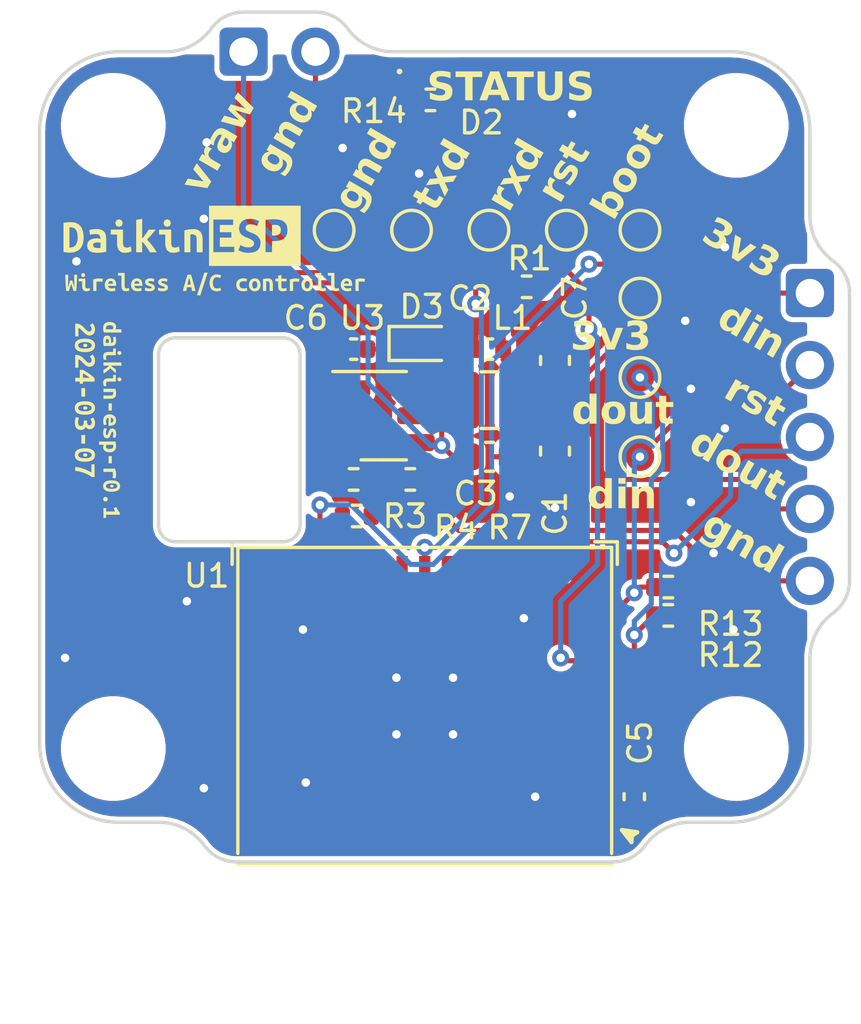
<source format=kicad_pcb>
(kicad_pcb (version 20240108) (generator "pcbnew") (generator_version "8.0")
  (title_block (title "esp-daikin") (date "2024-04-29") (rev "r1p1") (company "Greg Davill <greg.davill@gmail.com>"))
  (layers (0 "F.Cu" signal) (31 "B.Cu" signal) (34 "B.Paste" user) (35 "F.Paste" user) (36 "B.SilkS" user "B.Silkscreen") (37 "F.SilkS" user "F.Silkscreen") (38 "B.Mask" user) (39 "F.Mask" user) (44 "Edge.Cuts" user))
  (net 0 "")
  (net 1 "+3V3")
  (net 2 "GND")
  (net 3 "/VRAW")
  (net 4 "Net-(D3-K)")
  (net 5 "Net-(U3-BST)")
  (net 6 "/DOUT")
  (net 7 "/DIN")
  (net 8 "/RST")
  (net 9 "Net-(D2-A)")
  (net 10 "Net-(U1-EN{slash}CHIP_PU)")
  (net 11 "Net-(U1-GPIO8)")
  (net 12 "Net-(U3-FB)")
  (net 13 "Net-(U1-GPIO4{slash}ADC1_CH4)")
  (net 14 "Net-(U1-GPIO20{slash}U0RXD)")
  (net 15 "Net-(U1-GPIO21{slash}U0TXD)")
  (net 27 "Net-(U1-GPIO9)")
  (footprint "kibuzzard-65E1B071" (layer "F.Cu") (at 165.3 80.4988)
    (property "Reference" "kibuzzard-65E1B071" (hide yes))
    (property "Value" "G***" (hide yes))
  )
  (footprint "TestPoint:TestPoint_Pad_D1.0mm" (layer "F.Cu") (at 183.2 88.2988)
    (property "Reference" "TP9" (hide yes))
    (property "Value" "I2C_SDA")
    (pad "1" smd circle (at 0 0) (size 1 1) (layers "F.Cu" "F.Mask") (net 7 "/DIN"))
  )
  (footprint "Capacitor_SMD:C_0402_1005Metric" (layer "F.Cu") (at 177.89 84.4988 180)
    (property "Reference" "C2" (at 0.69 1.8 180) (layer "F.SilkS") (effects (font (size 0.8 0.8) (thickness 0.12))))
    (property "Value" "220nF")
    (pad "1" smd roundrect (at -0.48 0 180) (size 0.56 0.62) (layers "F.Cu" "F.Paste" "F.Mask") (net 1 "+3V3"))
    (pad "2" smd roundrect (at 0.48 0 180) (size 0.56 0.62) (layers "F.Cu" "F.Paste" "F.Mask") (net 2 "GND"))
  )
  (footprint "Resistor_SMD:R_0402_1005Metric" (layer "F.Cu") (at 173.09 89.0988 180)
    (property "Reference" "R4" (at -3.61 -1.7 180) (layer "F.SilkS") (effects (font (size 0.8 0.8) (thickness 0.12))))
    (property "Value" "15.8k")
    (pad "1" smd roundrect (at -0.51 0 180) (size 0.54 0.64) (layers "F.Cu" "F.Paste" "F.Mask") (net 12 "Net-(U3-FB)"))
    (pad "2" smd roundrect (at 0.51 0 180) (size 0.54 0.64) (layers "F.Cu" "F.Paste" "F.Mask") (net 2 "GND"))
  )
  (footprint "LED_SMD:LED_0402_1005Metric" (layer "F.Cu") (at 175.8 74.6988)
    (property "Reference" "D2" (at 1.8 1.8 0) (layer "F.SilkS") (effects (font (size 0.8 0.8) (thickness 0.12))))
    (property "Value" "ORANGE")
    (pad "1" smd roundrect (at -0.485 0) (size 0.59 0.64) (layers "F.Cu" "F.Paste" "F.Mask") (net 2 "GND"))
    (pad "2" smd roundrect (at 0.485 0) (size 0.59 0.64) (layers "F.Cu" "F.Paste" "F.Mask") (net 9 "Net-(D2-A)"))
  )
  (footprint "TestPoint:TestPoint_Pad_D1.0mm" (layer "F.Cu") (at 172.4 80.2988)
    (property "Reference" "TP11" (hide yes))
    (property "Value" "GND")
    (pad "1" smd circle (at 0 0) (size 1 1) (layers "F.Cu" "F.Mask") (net 2 "GND"))
  )
  (footprint "TestPoint:TestPoint_Pad_D1.0mm" (layer "F.Cu") (at 177.866667 80.2988)
    (property "Reference" "TP1" (hide yes))
    (property "Value" "UART_RXD")
    (pad "1" smd circle (at 0 0) (size 1 1) (layers "F.Cu" "F.Mask") (net 14 "Net-(U1-GPIO20{slash}U0RXD)"))
  )
  (footprint "Capacitor_SMD:C_0603_1608Metric" (layer "F.Cu") (at 177.89 88.2988)
    (property "Reference" "C3" (at -0.49 1.3 0) (layer "F.SilkS") (effects (font (size 0.8 0.8) (thickness 0.12))))
    (property "Value" "10uF")
    (pad "1" smd roundrect (at -0.775 0) (size 0.9 0.95) (layers "F.Cu" "F.Paste" "F.Mask") (net 3 "/VRAW"))
    (pad "2" smd roundrect (at 0.775 0) (size 0.9 0.95) (layers "F.Cu" "F.Paste" "F.Mask") (net 2 "GND"))
  )
  (footprint "Resistor_SMD:R_0402_1005Metric" (layer "F.Cu") (at 179.2 82.2988)
    (property "Reference" "R1" (at 0.1 -1 0) (layer "F.SilkS") (effects (font (size 0.8 0.8) (thickness 0.12))))
    (property "Value" "5.1K")
    (pad "1" smd roundrect (at -0.51 0) (size 0.54 0.64) (layers "F.Cu" "F.Paste" "F.Mask") (net 1 "+3V3"))
    (pad "2" smd roundrect (at 0.51 0) (size 0.54 0.64) (layers "F.Cu" "F.Paste" "F.Mask") (net 10 "Net-(U1-EN{slash}CHIP_PU)"))
  )
  (footprint "kibuzzard-65E1B0DF" (layer "F.Cu") (at 168.2 82.1988)
    (property "Reference" "kibuzzard-65E1B0DF" (hide yes))
    (property "Value" "G***" (hide yes))
  )
  (footprint "lib:ESP32-C3-MINI-1" (layer "F.Cu") (at 175.6 99.7988 180)
    (property "Reference" "U1" (at 7.7 7.3 180) (layer "F.SilkS") (effects (font (size 0.8 0.8) (thickness 0.12))))
    (property "Value" "ESP32-C3-MINI-1")
    (pad "1" smd rect (at -5.9 -1.3 270) (size 0.4 0.8) (layers "F.Cu" "F.Paste" "F.Mask") (net 2 "GND"))
    (pad "2" smd rect (at -5.9 -0.5 270) (size 0.4 0.8) (layers "F.Cu" "F.Paste" "F.Mask") (net 2 "GND"))
    (pad "3" smd rect (at -5.9 0.3 270) (size 0.4 0.8) (layers "F.Cu" "F.Paste" "F.Mask") (net 1 "+3V3"))
    (pad "4" smd rect (at -5.9 1.1 270) (size 0.4 0.8) (layers "F.Cu" "F.Paste" "F.Mask"))
    (pad "5" smd rect (at -5.9 1.9 270) (size 0.4 0.8) (layers "F.Cu" "F.Paste" "F.Mask") (net 6 "/DOUT"))
    (pad "6" smd rect (at -5.9 2.7 270) (size 0.4 0.8) (layers "F.Cu" "F.Paste" "F.Mask") (net 7 "/DIN"))
    (pad "7" smd rect (at -5.9 3.5 270) (size 0.4 0.8) (layers "F.Cu" "F.Paste" "F.Mask"))
    (pad "8" smd rect (at -5.9 4.3 270) (size 0.4 0.8) (layers "F.Cu" "F.Paste" "F.Mask") (net 10 "Net-(U1-EN{slash}CHIP_PU)"))
    (pad "9" smd rect (at -5.9 5.1 270) (size 0.4 0.8) (layers "F.Cu" "F.Paste" "F.Mask"))
    (pad "10" smd rect (at -5.9 5.9 270) (size 0.4 0.8) (layers "F.Cu" "F.Paste" "F.Mask"))
    (pad "11" smd rect (at -5.9 6.7 270) (size 0.4 0.8) (layers "F.Cu" "F.Paste" "F.Mask") (net 2 "GND"))
    (pad "12" smd rect (at -4.8 7.6 180) (size 0.4 0.8) (layers "F.Cu" "F.Paste" "F.Mask"))
    (pad "13" smd rect (at -4 7.6 180) (size 0.4 0.8) (layers "F.Cu" "F.Paste" "F.Mask"))
    (pad "14" smd rect (at -3.2 7.6 180) (size 0.4 0.8) (layers "F.Cu" "F.Paste" "F.Mask") (net 2 "GND"))
    (pad "15" smd rect (at -2.4 7.6 180) (size 0.4 0.8) (layers "F.Cu" "F.Paste" "F.Mask"))
    (pad "16" smd rect (at -1.6 7.6 180) (size 0.4 0.8) (layers "F.Cu" "F.Paste" "F.Mask") (net 8 "/RST"))
    (pad "17" smd rect (at -0.8 7.6 180) (size 0.4 0.8) (layers "F.Cu" "F.Paste" "F.Mask"))
    (pad "18" smd rect (at 0 7.6 180) (size 0.4 0.8) (layers "F.Cu" "F.Paste" "F.Mask") (net 13 "Net-(U1-GPIO4{slash}ADC1_CH4)"))
    (pad "19" smd rect (at 0.8 7.6 180) (size 0.4 0.8) (layers "F.Cu" "F.Paste" "F.Mask"))
    (pad "20" smd rect (at 1.6 7.6 180) (size 0.4 0.8) (layers "F.Cu" "F.Paste" "F.Mask"))
    (pad "21" smd rect (at 2.4 7.6 180) (size 0.4 0.8) (layers "F.Cu" "F.Paste" "F.Mask"))
    (pad "22" smd rect (at 3.2 7.6 180) (size 0.4 0.8) (layers "F.Cu" "F.Paste" "F.Mask") (net 11 "Net-(U1-GPIO8)"))
    (pad "23" smd rect (at 4 7.6 180) (size 0.4 0.8) (layers "F.Cu" "F.Paste" "F.Mask") (net 27 "Net-(U1-GPIO9)"))
    (pad "24" smd rect (at 4.8 7.6 180) (size 0.4 0.8) (layers "F.Cu" "F.Paste" "F.Mask"))
    (pad "25" smd rect (at 5.9 6.7 270) (size 0.4 0.8) (layers "F.Cu" "F.Paste" "F.Mask"))
    (pad "26" smd rect (at 5.9 5.9 270) (size 0.4 0.8) (layers "F.Cu" "F.Paste" "F.Mask"))
    (pad "27" smd rect (at 5.9 5.1 270) (size 0.4 0.8) (layers "F.Cu" "F.Paste" "F.Mask"))
    (pad "28" smd rect (at 5.9 4.3 270) (size 0.4 0.8) (layers "F.Cu" "F.Paste" "F.Mask"))
    (pad "29" smd rect (at 5.9 3.5 270) (size 0.4 0.8) (layers "F.Cu" "F.Paste" "F.Mask"))
    (pad "30" smd rect (at 5.9 2.7 270) (size 0.4 0.8) (layers "F.Cu" "F.Paste" "F.Mask") (net 14 "Net-(U1-GPIO20{slash}U0RXD)"))
    (pad "31" smd rect (at 5.9 1.9 270) (size 0.4 0.8) (layers "F.Cu" "F.Paste" "F.Mask") (net 15 "Net-(U1-GPIO21{slash}U0TXD)"))
    (pad "32" smd rect (at 5.9 1.1 270) (size 0.4 0.8) (layers "F.Cu" "F.Paste" "F.Mask"))
    (pad "33" smd rect (at 5.9 0.3 270) (size 0.4 0.8) (layers "F.Cu" "F.Paste" "F.Mask"))
    (pad "34" smd rect (at 5.9 -0.5 270) (size 0.4 0.8) (layers "F.Cu" "F.Paste" "F.Mask"))
    (pad "35" smd rect (at 5.9 -1.3 270) (size 0.4 0.8) (layers "F.Cu" "F.Paste" "F.Mask"))
    (pad "36" smd rect (at 4.8 -2.2 180) (size 0.4 0.8) (layers "F.Cu" "F.Paste" "F.Mask") (net 2 "GND"))
    (pad "37" smd rect (at 4 -2.2 180) (size 0.4 0.8) (layers "F.Cu" "F.Paste" "F.Mask") (net 2 "GND"))
    (pad "38" smd rect (at 3.2 -2.2 180) (size 0.4 0.8) (layers "F.Cu" "F.Paste" "F.Mask") (net 2 "GND"))
    (pad "39" smd rect (at 2.4 -2.2 180) (size 0.4 0.8) (layers "F.Cu" "F.Paste" "F.Mask") (net 2 "GND"))
    (pad "40" smd rect (at 1.6 -2.2 180) (size 0.4 0.8) (layers "F.Cu" "F.Paste" "F.Mask") (net 2 "GND"))
    (pad "41" smd rect (at 0.8 -2.2 180) (size 0.4 0.8) (layers "F.Cu" "F.Paste" "F.Mask") (net 2 "GND"))
    (pad "42" smd rect (at 0 -2.2 180) (size 0.4 0.8) (layers "F.Cu" "F.Paste" "F.Mask") (net 2 "GND"))
    (pad "43" smd rect (at -0.8 -2.2 180) (size 0.4 0.8) (layers "F.Cu" "F.Paste" "F.Mask") (net 2 "GND"))
    (pad "44" smd rect (at -1.6 -2.2 180) (size 0.4 0.8) (layers "F.Cu" "F.Paste" "F.Mask") (net 2 "GND"))
    (pad "45" smd rect (at -2.4 -2.2 180) (size 0.4 0.8) (layers "F.Cu" "F.Paste" "F.Mask") (net 2 "GND"))
    (pad "46" smd rect (at -3.2 -2.2 180) (size 0.4 0.8) (layers "F.Cu" "F.Paste" "F.Mask") (net 2 "GND"))
    (pad "47" smd rect (at -4 -2.2 180) (size 0.4 0.8) (layers "F.Cu" "F.Paste" "F.Mask") (net 2 "GND"))
    (pad "48" smd rect (at -4.8 -2.2 180) (size 0.4 0.8) (layers "F.Cu" "F.Paste" "F.Mask") (net 2 "GND"))
    (pad "49" smd custom (at -1.975 0.725 180) (size 0.8 0.8) (layers "F.Cu" "F.Paste" "F.Mask") (net 2 "GND") (options (clearance outline) (anchor rect)) (primitives (gr_poly (pts (xy 0.725 0.725) (xy -0.725 0.725) (xy -0.725 -0.125) (xy -0.125 -0.725) (xy 0.725 -0.725)) (width 0) (fill yes))))
    (pad "49" smd rect (at -1.975 2.7 270) (size 1.45 1.45) (layers "F.Cu" "F.Paste" "F.Mask") (net 2 "GND"))
    (pad "49" smd rect (at -1.975 4.675 270) (size 1.45 1.45) (layers "F.Cu" "F.Paste" "F.Mask") (net 2 "GND"))
    (pad "49" smd rect (at 0 0.725 270) (size 1.45 1.45) (layers "F.Cu" "F.Paste" "F.Mask") (net 2 "GND"))
    (pad "49" smd rect (at 0 2.7 270) (size 1.45 1.45) (layers "F.Cu" "F.Paste" "F.Mask") (net 2 "GND"))
    (pad "49" smd rect (at 0 4.675 270) (size 1.45 1.45) (layers "F.Cu" "F.Paste" "F.Mask") (net 2 "GND"))
    (pad "49" smd rect (at 1.975 0.725 270) (size 1.45 1.45) (layers "F.Cu" "F.Paste" "F.Mask") (net 2 "GND"))
    (pad "49" smd rect (at 1.975 2.7 270) (size 1.45 1.45) (layers "F.Cu" "F.Paste" "F.Mask") (net 2 "GND"))
    (pad "49" smd rect (at 1.975 4.675 270) (size 1.45 1.45) (layers "F.Cu" "F.Paste" "F.Mask") (net 2 "GND"))
    (pad "50" smd rect (at 5.95 -2.25 270) (size 0.7 0.7) (layers "F.Cu" "F.Paste" "F.Mask") (net 2 "GND"))
    (pad "51" smd rect (at 5.95 7.65 270) (size 0.7 0.7) (layers "F.Cu" "F.Paste" "F.Mask") (net 2 "GND"))
    (pad "52" smd rect (at -5.95 7.65 270) (size 0.7 0.7) (layers "F.Cu" "F.Paste" "F.Mask") (net 2 "GND"))
    (pad "53" smd rect (at -5.95 -2.25 270) (size 0.7 0.7) (layers "F.Cu" "F.Paste" "F.Mask") (net 2 "GND"))
  )
  (footprint "Resistor_SMD:R_0402_1005Metric" (layer "F.Cu") (at 184.2 93.8988 180)
    (property "Reference" "R12" (at -2.2 -1.4 180) (layer "F.SilkS") (effects (font (size 0.8 0.8) (thickness 0.12))))
    (property "Value" "2.2K")
    (pad "1" smd roundrect (at -0.51 0 180) (size 0.54 0.64) (layers "F.Cu" "F.Paste" "F.Mask") (net 1 "+3V3"))
    (pad "2" smd roundrect (at 0.51 0 180) (size 0.54 0.64) (layers "F.Cu" "F.Paste" "F.Mask") (net 6 "/DOUT"))
  )
  (footprint "TestPoint:TestPoint_Pad_D1.0mm" (layer "F.Cu") (at 183.2 80.2988)
    (property "Reference" "TP4" (hide yes))
    (property "Value" "JDB_CTRL")
    (pad "1" smd circle (at 0 0) (size 1 1) (layers "F.Cu" "F.Mask") (net 27 "Net-(U1-GPIO9)"))
  )
  (footprint "Capacitor_SMD:C_0402_1005Metric" (layer "F.Cu") (at 183 100.2988 -90)
    (property "Reference" "C5" (at -1.9 -0.2 90) (layer "F.SilkS") (effects (font (size 0.8 0.8) (thickness 0.12))))
    (property "Value" "220nF")
    (pad "1" smd roundrect (at -0.48 0 270) (size 0.56 0.62) (layers "F.Cu" "F.Paste" "F.Mask") (net 1 "+3V3"))
    (pad "2" smd roundrect (at 0.48 0 270) (size 0.56 0.62) (layers "F.Cu" "F.Paste" "F.Mask") (net 2 "GND"))
  )
  (footprint "kibuzzard-65E9962C" (layer "F.Cu") (at 163.6 86.2988 -90)
    (property "Reference" "kibuzzard-65E9962C" (hide yes))
    (property "Value" "G***" (hide yes))
  )
  (footprint "Capacitor_SMD:C_0402_1005Metric" (layer "F.Cu") (at 173.09 84.4988 180)
    (property "Reference" "C6" (at 1.69 1.1 180) (layer "F.SilkS") (effects (font (size 0.8 0.8) (thickness 0.12))))
    (property "Value" "33nF")
    (pad "1" smd roundrect (at -0.48 0 180) (size 0.56 0.62) (layers "F.Cu" "F.Paste" "F.Mask") (net 4 "Net-(D3-K)"))
    (pad "2" smd roundrect (at 0.48 0 180) (size 0.56 0.62) (layers "F.Cu" "F.Paste" "F.Mask") (net 5 "Net-(U3-BST)"))
  )
  (footprint "Resistor_SMD:R_0402_1005Metric" (layer "F.Cu") (at 173.2 90.3888 180)
    (property "Reference" "R3" (at -1.7 -0.01 180) (layer "F.SilkS") (effects (font (size 0.8 0.8) (thickness 0.12))))
    (property "Value" "5.1K")
    (pad "1" smd roundrect (at -0.51 0 180) (size 0.54 0.64) (layers "F.Cu" "F.Paste" "F.Mask") (net 1 "+3V3"))
    (pad "2" smd roundrect (at 0.51 0 180) (size 0.54 0.64) (layers "F.Cu" "F.Paste" "F.Mask") (net 11 "Net-(U1-GPIO8)"))
  )
  (footprint "Diode_SMD:D_SOD-523" (layer "F.Cu") (at 175.49 84.2988)
    (property "Reference" "D3" (at 0 -1.3 0) (layer "F.SilkS") (effects (font (size 0.8 0.8) (thickness 0.12))))
    (property "Value" "CUS10S30,H3F")
    (pad "1" smd rect (at -0.7 0 180) (size 0.6 0.7) (layers "F.Cu" "F.Paste" "F.Mask") (net 4 "Net-(D3-K)"))
    (pad "2" smd rect (at 0.7 0 180) (size 0.6 0.7) (layers "F.Cu" "F.Paste" "F.Mask") (net 2 "GND"))
  )
  (footprint "TestPoint:TestPoint_Pad_D1.0mm" (layer "F.Cu") (at 183.2 82.6988)
    (property "Reference" "TP12" (hide yes))
    (property "Value" "3V3")
    (pad "1" smd circle (at 0 0) (size 1 1) (layers "F.Cu" "F.Mask") (net 1 "+3V3"))
  )
  (footprint "Package_TO_SOT_SMD:SOT-23-6" (layer "F.Cu") (at 174.1525 86.8488)
    (property "Reference" "U3" (at -0.7525 -3.45 0) (layer "F.SilkS") (effects (font (size 0.8 0.8) (thickness 0.12))))
    (property "Value" "AOZ1280CI")
    (pad "1" smd roundrect (at -1.1375 -0.95) (size 1.325 0.6) (layers "F.Cu" "F.Paste" "F.Mask") (net 5 "Net-(U3-BST)"))
    (pad "2" smd roundrect (at -1.1375 0) (size 1.325 0.6) (layers "F.Cu" "F.Paste" "F.Mask") (net 2 "GND"))
    (pad "3" smd roundrect (at -1.1375 0.95) (size 1.325 0.6) (layers "F.Cu" "F.Paste" "F.Mask") (net 12 "Net-(U3-FB)"))
    (pad "4" smd roundrect (at 1.1375 0.95) (size 1.325 0.6) (layers "F.Cu" "F.Paste" "F.Mask") (net 3 "/VRAW"))
    (pad "5" smd roundrect (at 1.1375 0) (size 1.325 0.6) (layers "F.Cu" "F.Paste" "F.Mask") (net 3 "/VRAW"))
    (pad "6" smd roundrect (at 1.1375 -0.95) (size 1.325 0.6) (layers "F.Cu" "F.Paste" "F.Mask") (net 4 "Net-(D3-K)"))
  )
  (footprint "TestPoint:TestPoint_Pad_D1.0mm" (layer "F.Cu") (at 180.6 80.2988)
    (property "Reference" "TP3" (hide yes))
    (property "Value" "RST")
    (pad "1" smd circle (at 0 0) (size 1 1) (layers "F.Cu" "F.Mask") (net 10 "Net-(U1-EN{slash}CHIP_PU)"))
  )
  (footprint "kibuzzard-65E1B080" (layer "F.Cu") (at 169.6 80.4988)
    (property "Reference" "kibuzzard-65E1B080" (hide yes))
    (property "Value" "G***" (hide yes))
  )
  (footprint "Resistor_SMD:R_0402_1005Metric" (layer "F.Cu") (at 175.8 75.6988 180)
    (property "Reference" "R14" (at 2 -0.4 180) (layer "F.SilkS") (effects (font (size 0.8 0.8) (thickness 0.12))))
    (property "Value" "470R")
    (pad "1" smd roundrect (at -0.51 0 180) (size 0.54 0.64) (layers "F.Cu" "F.Paste" "F.Mask") (net 9 "Net-(D2-A)"))
    (pad "2" smd roundrect (at 0.51 0 180) (size 0.54 0.64) (layers "F.Cu" "F.Paste" "F.Mask") (net 13 "Net-(U1-GPIO4{slash}ADC1_CH4)"))
  )
  (footprint "Resistor_SMD:R_0402_1005Metric" (layer "F.Cu") (at 175.09 89.0988 180)
    (property "Reference" "R7" (at -3.51 -1.7 180) (layer "F.SilkS") (effects (font (size 0.8 0.8) (thickness 0.12))))
    (property "Value" "49.9k")
    (pad "1" smd roundrect (at -0.51 0 180) (size 0.54 0.64) (layers "F.Cu" "F.Paste" "F.Mask") (net 1 "+3V3"))
    (pad "2" smd roundrect (at 0.51 0 180) (size 0.54 0.64) (layers "F.Cu" "F.Paste" "F.Mask") (net 12 "Net-(U3-FB)"))
  )
  (footprint "TestPoint:TestPoint_Pad_D1.0mm" (layer "F.Cu") (at 175.133334 80.2988)
    (property "Reference" "TP2" (hide yes))
    (property "Value" "UART_TXD")
    (pad "1" smd circle (at 0 0) (size 1 1) (layers "F.Cu" "F.Mask") (net 15 "Net-(U1-GPIO21{slash}U0TXD)"))
  )
  (footprint "Capacitor_SMD:C_0603_1608Metric" (layer "F.Cu") (at 180.2 84.8988 90)
    (property "Reference" "C7" (at 2.2 0.7 -90) (layer "F.SilkS") (effects (font (size 0.8 0.8) (thickness 0.12))))
    (property "Value" "22uF")
    (pad "1" smd roundrect (at -0.775 0 90) (size 0.9 0.95) (layers "F.Cu" "F.Paste" "F.Mask") (net 1 "+3V3"))
    (pad "2" smd roundrect (at 0.775 0 90) (size 0.9 0.95) (layers "F.Cu" "F.Paste" "F.Mask") (net 2 "GND"))
  )
  (footprint "Inductor_SMD:L_0805_2012Metric" (layer "F.Cu") (at 177.89 86.2988)
    (property "Reference" "L1" (at 0.81 -2.9 0) (layer "F.SilkS") (effects (font (size 0.8 0.8) (thickness 0.12))))
    (property "Value" "4.7uF")
    (pad "1" smd roundrect (at -0.8 0) (size 0.9 2) (layers "F.Cu" "F.Paste" "F.Mask") (net 4 "Net-(D3-K)"))
    (pad "2" smd roundrect (at 0.8 0) (size 0.9 2) (layers "F.Cu" "F.Paste" "F.Mask") (net 1 "+3V3"))
  )
  (footprint "TestPoint:TestPoint_Pad_D1.0mm" (layer "F.Cu") (at 183.2 85.4988)
    (property "Reference" "TP8" (hide yes))
    (property "Value" "I2C_SCL")
    (pad "1" smd circle (at 0 0) (size 1 1) (layers "F.Cu" "F.Mask") (net 6 "/DOUT"))
  )
  (footprint "Resistor_SMD:R_0402_1005Metric" (layer "F.Cu") (at 184.2 92.8988 180)
    (property "Reference" "R13" (at -2.2 -1.3 180) (layer "F.SilkS") (effects (font (size 0.8 0.8) (thickness 0.12))))
    (property "Value" "2.2K")
    (pad "1" smd roundrect (at -0.51 0 180) (size 0.54 0.64) (layers "F.Cu" "F.Paste" "F.Mask") (net 1 "+3V3"))
    (pad "2" smd roundrect (at 0.51 0 180) (size 0.54 0.64) (layers "F.Cu" "F.Paste" "F.Mask") (net 7 "/DIN"))
  )
  (footprint "Capacitor_SMD:C_0603_1608Metric" (layer "F.Cu") (at 180.2 88.0988 -90)
    (property "Reference" "C1" (at 2.2 0 90) (layer "F.SilkS") (effects (font (size 0.8 0.8) (thickness 0.12))))
    (property "Value" "10uF")
    (pad "1" smd roundrect (at -0.775 0 270) (size 0.9 0.95) (layers "F.Cu" "F.Paste" "F.Mask") (net 1 "+3V3"))
    (pad "2" smd roundrect (at 0.775 0 270) (size 0.9 0.95) (layers "F.Cu" "F.Paste" "F.Mask") (net 2 "GND"))
  )
  (footprint "kibuzzard-65E1B005" (layer "F.Cu") (at 164.5 86.9988 -90)
    (property "Reference" "kibuzzard-65E1B005" (hide yes))
    (property "Value" "G***" (hide yes))
  )
  (footprint "MountingHole:MountingHole_3.2mm_M3_DIN965" (layer "B.Cu") (at 186.60074 98.598801 180)
    (property "Reference" "H3" (hide yes))
    (property "Value" "MountingHole" (hide yes))
    (pad "" np_thru_hole circle (at 0 0 180) (size 3.2 3.2) (drill 3.2) (layers "*.Cu" "*.Mask"))
  )
  (footprint "MountingHole:MountingHole_3.2mm_M3_DIN965" (layer "B.Cu") (at 164.60074 76.5988 180)
    (property "Reference" "H1" (hide yes))
    (property "Value" "MountingHole" (hide yes))
    (pad "" np_thru_hole circle (at 0 0 180) (size 3.2 3.2) (drill 3.2) (layers "*.Cu" "*.Mask"))
  )
  (footprint "Connector_PinHeader_2.54mm:PinHeader_1x05_P2.54mm_Vertical" (layer "B.Cu") (at 189.2 82.5188 180)
    (property "Reference" "J1" (hide yes))
    (property "Value" "PH_01x05" (hide yes))
    (pad "1" thru_hole roundrect (at 0 0 180) (size 1.7 1.7) (drill 1) (layers "*.Cu" "*.Mask") (roundrect_rratio 0.1470588235) (net 1 "+3V3"))
    (pad "2" thru_hole oval (at 0 -2.54 180) (size 1.7 1.7) (drill 1) (layers "*.Cu" "*.Mask") (net 7 "/DIN"))
    (pad "3" thru_hole oval (at 0 -5.08 180) (size 1.7 1.7) (drill 1) (layers "*.Cu" "*.Mask") (net 8 "/RST"))
    (pad "4" thru_hole oval (at 0 -7.62 180) (size 1.7 1.7) (drill 1) (layers "*.Cu" "*.Mask") (net 6 "/DOUT"))
    (pad "5" thru_hole oval (at 0 -10.16 180) (size 1.7 1.7) (drill 1) (layers "*.Cu" "*.Mask") (net 2 "GND"))
  )
  (footprint "Connector_PinHeader_2.54mm:PinHeader_1x02_P2.54mm_Vertical" (layer "B.Cu") (at 169.20074 73.998801 -90)
    (property "Reference" "J2" (hide yes))
    (property "Value" "PinHeader 1x02" (hide yes))
    (pad "1" thru_hole roundrect (at 0 0 270) (size 1.7 1.7) (drill 1) (layers "*.Cu" "*.Mask") (roundrect_rratio 0.1470588235) (net 3 "/VRAW"))
    (pad "2" thru_hole oval (at 0 -2.54 270) (size 1.7 1.7) (drill 1) (layers "*.Cu" "*.Mask") (net 2 "GND"))
  )
  (footprint "MountingHole:MountingHole_3.2mm_M3_DIN965" (layer "B.Cu") (at 164.60074 98.598801 180)
    (property "Reference" "H4" (hide yes))
    (property "Value" "MountingHole" (hide yes))
    (pad "" np_thru_hole circle (at 0 0 180) (size 3.2 3.2) (drill 3.2) (layers "*.Cu" "*.Mask"))
  )
  (footprint "MountingHole:MountingHole_3.2mm_M3_DIN965" (layer "B.Cu") (at 186.60074 76.598801 180)
    (property "Reference" "H2" (hide yes))
    (property "Value" "MountingHole" (hide yes))
    (pad "" np_thru_hole circle (at 0 0 180) (size 3.2 3.2) (drill 3.2) (layers "*.Cu" "*.Mask"))
  )
  (gr_line (start 182.913398 101.676833) (end 183.100001 101.553628) (stroke (width 0.15)) (layer "F.SilkS"))
  (gr_line (start 182.566988 101.476833) (end 183.100001 101.553628) (stroke (width 0.15)) (layer "F.SilkS"))
  (gr_line (start 182.900001 101.900038) (end 182.913398 101.676833) (stroke (width 0.15)) (layer "F.SilkS"))
  (gr_line (start 182.566988 101.476833) (end 182.900001 101.900038) (stroke (width 0.15)) (layer "F.SilkS"))
  (gr_line (start 182.566988 101.476833) (end 182.913398 101.676833) (stroke (width 0.15)) (layer "F.SilkS"))
  (gr_line (start 164.8 101.200038) (end 166.2 101.1988) (stroke (width 0.12)) (layer "Edge.Cuts"))
  (gr_line (start 190.599999 92.678799) (end 190.599999 82.518799) (stroke (width 0.12)) (layer "Edge.Cuts"))
  (gr_arc (start 168.950297 102.598799) (mid 168.314523 102.446295) (end 167.817118 102.02197) (stroke (width 0.12)) (layer "Edge.Cuts"))
  (gr_arc (start 171.739261 72.600039) (mid 172.374045 72.752391) (end 172.870576 73.176209) (stroke (width 0.12)) (layer "Edge.Cuts"))
  (gr_line (start 168.950297 102.598799) (end 182.249701 102.598799) (stroke (width 0.12)) (layer "Edge.Cuts"))
  (gr_arc (start 174.488174 74.000039) (mid 173.580527 73.782214) (end 172.870576 73.176209) (stroke (width 0.12)) (layer "Edge.Cuts"))
  (gr_arc (start 189.199999 98.400038) (mid 188.379885 100.379912) (end 186.4 101.200038) (stroke (width 0.12)) (layer "Edge.Cuts"))
  (gr_arc (start 183.38288 102.021971) (mid 182.885471 102.446289) (end 182.249701 102.598799) (stroke (width 0.12)) (layer "Edge.Cuts"))
  (gr_arc (start 190.599999 92.678799) (mid 190.447496 93.314574) (end 190.02317 93.811978) (stroke (width 0.12)) (layer "Edge.Cuts"))
  (gr_arc (start 190.023171 81.38562) (mid 189.417633 80.675789) (end 189.2 79.768501) (stroke (width 0.12)) (layer "Edge.Cuts"))
  (gr_arc (start 166.79852 91.298798) (mid 166.374215 91.123099) (end 166.19852 90.698799) (stroke (width 0.12)) (layer "Edge.Cuts"))
  (gr_line (start 162 76.800038) (end 162.000001 98.400038) (stroke (width 0.12)) (layer "Edge.Cuts"))
  (gr_line (start 171.739261 72.600039) (end 169.19926 72.600039) (stroke (width 0.12)) (layer "Edge.Cuts"))
  (gr_line (start 189.199999 98.400038) (end 189.2 95.429097) (stroke (width 0.12)) (layer "Edge.Cuts"))
  (gr_arc (start 164.8 101.200038) (mid 162.820088 100.379939) (end 162.000001 98.400038) (stroke (width 0.12)) (layer "Edge.Cuts"))
  (gr_line (start 185 101.1988) (end 186.4 101.200038) (stroke (width 0.12)) (layer "Edge.Cuts"))
  (gr_arc (start 190.023171 81.38562) (mid 190.447489 81.883029) (end 190.599999 82.518799) (stroke (width 0.12)) (layer "Edge.Cuts"))
  (gr_line (start 171.19852 84.698799) (end 171.19852 90.698799) (stroke (width 0.12)) (layer "Edge.Cuts"))
  (gr_arc (start 183.38288 102.021971) (mid 184.092712 101.416433) (end 185 101.1988) (stroke (width 0.12)) (layer "Edge.Cuts"))
  (gr_arc (start 166.2 101.1988) (mid 167.107287 101.416434) (end 167.817118 102.02197) (stroke (width 0.12)) (layer "Edge.Cuts"))
  (gr_arc (start 171.19852 90.698799) (mid 171.02278 91.123035) (end 170.59852 91.298798) (stroke (width 0.12)) (layer "Edge.Cuts"))
  (gr_line (start 186.4 74.000039) (end 174.488174 74.000039) (stroke (width 0.12)) (layer "Edge.Cuts"))
  (gr_line (start 166.79852 84.0988) (end 170.59852 84.0988) (stroke (width 0.12)) (layer "Edge.Cuts"))
  (gr_line (start 170.59852 91.298798) (end 166.79852 91.298798) (stroke (width 0.12)) (layer "Edge.Cuts"))
  (gr_arc (start 186.4 74.000039) (mid 188.379885 74.820142) (end 189.2 76.800039) (stroke (width 0.12)) (layer "Edge.Cuts"))
  (gr_line (start 166.19852 90.698799) (end 166.19852 84.698799) (stroke (width 0.12)) (layer "Edge.Cuts"))
  (gr_arc (start 166.19852 84.698799) (mid 166.374251 84.274507) (end 166.79852 84.0988) (stroke (width 0.12)) (layer "Edge.Cuts"))
  (gr_arc (start 168.067944 73.176209) (mid 168.564472 72.752399) (end 169.19926 72.600039) (stroke (width 0.12)) (layer "Edge.Cuts"))
  (gr_line (start 189.2 79.768501) (end 189.2 76.800039) (stroke (width 0.12)) (layer "Edge.Cuts"))
  (gr_arc (start 168.067944 73.176209) (mid 167.357998 73.782218) (end 166.450346 74.000039) (stroke (width 0.12)) (layer "Edge.Cuts"))
  (gr_arc (start 189.2 95.429097) (mid 189.417635 94.52181) (end 190.02317 93.811978) (stroke (width 0.12)) (layer "Edge.Cuts"))
  (gr_line (start 166.450346 74.000039) (end 164.8 74.000039) (stroke (width 0.12)) (layer "Edge.Cuts"))
  (gr_arc (start 162 76.800038) (mid 162.820088 74.820114) (end 164.8 74.000039) (stroke (width 0.12)) (layer "Edge.Cuts"))
  (gr_arc (start 170.59852 84.0988) (mid 171.022742 84.274572) (end 171.19852 84.698799) (stroke (width 0.12)) (layer "Edge.Cuts"))
  (gr_text "rst" (at 180 79.1988 -300) (layer "F.SilkS") (effects (font (size 1 1) (thickness 0.2) (bold yes)) (justify left)))
  (gr_text "gnd" (at 172.8 79.4988 -300) (layer "F.SilkS") (effects (font (size 1 1) (thickness 0.2) (bold yes)) (justify left)))
  (gr_text "din" (at 188.2 84.4988 -30) (layer "F.SilkS") (effects (font (size 1 1) (thickness 0.2) (bold yes)) (justify right)))
  (gr_text "STATUS" (at 181.6 75.2988 -0) (layer "F.SilkS") (effects (font (size 1 1) (thickness 0.2) (bold yes)) (justify right)))
  (gr_text "vraw" (at 169.326416 75.559391 60) (layer "F.SilkS") (effects (font (size 1 1) (thickness 0.2) (bold yes)) (justify right)))
  (gr_text "din" (at 183.8 89.6988 -0) (layer "F.SilkS") (effects (font (size 1 1) (thickness 0.2) (bold yes)) (justify right)))
  (gr_text "3v3" (at 188 81.6988 -30) (layer "F.SilkS") (effects (font (size 1 1) (thickness 0.2) (bold yes)) (justify right)))
  (gr_text "gnd" (at 188.090177 92.0988 -30) (layer "F.SilkS") (effects (font (size 1 1) (thickness 0.2) (bold yes)) (justify right)))
  (gr_text "dout" (at 188.2 89.4988 -30) (layer "F.SilkS") (effects (font (size 1 1) (thickness 0.2) (bold yes)) (justify right)))
  (gr_text "rst" (at 188.2 86.8988 -30) (layer "F.SilkS") (effects (font (size 1 1) (thickness 0.2) (bold yes)) (justify right)))
  (gr_text "3v3" (at 183.6 84.0988 -0) (layer "F.SilkS") (effects (font (size 1 1) (thickness 0.2) (bold yes)) (justify right)))
  (gr_text "dout" (at 184.409947 86.715269 -0) (layer "F.SilkS") (effects (font (size 1 1) (thickness 0.2) (bold yes)) (justify right)))
  (gr_text "txd" (at 175.6 79.4988 -300) (layer "F.SilkS") (effects (font (size 1 1) (thickness 0.2) (bold yes)) (justify left)))
  (gr_text "gnd" (at 171.500001 75.600038 60) (layer "F.SilkS") (effects (font (size 1 1) (thickness 0.2) (bold yes)) (justify right)))
  (gr_text "boot" (at 181.9 79.7988 -300) (layer "F.SilkS") (effects (font (size 1 1) (thickness 0.2) (bold yes)) (justify left)))
  (gr_text "rxd" (at 178.2 79.4988 -300) (layer "F.SilkS") (effects (font (size 1 1) (thickness 0.2) (bold yes)) (justify left)))
  (segment (start 181.2 90.8988) (end 176.8 90.8988) (width 0.18) (layer "F.Cu") (net 1))
  (segment (start 180.2 85.6738) (end 181.025 85.6738) (width 0.18) (layer "F.Cu") (net 1))
  (segment (start 181.5 99.4988) (end 182.68 99.4988) (width 0.18) (layer "F.Cu") (net 1))
  (segment (start 181.2 87.6988) (end 181.2 90.8988) (width 0.18) (layer "F.Cu") (net 1))
  (segment (start 178.69 82.2988) (end 178.69 83.3488) (width 0.18) (layer "F.Cu") (net 1))
  (segment (start 182.68 99.4988) (end 183 99.8188) (width 0.18) (layer "F.Cu") (net 1))
  (segment (start 183.4 95.081556) (end 184.71 93.771556) (width 0.18) (layer "F.Cu") (net 1))
  (segment (start 178.69 86.2988) (end 179.575 86.2988) (width 0.18) (layer "F.Cu") (net 1))
  (segment (start 184.406102 90.8988) (end 181.2 90.8988) (width 0.18) (layer "F.Cu") (net 1))
  (segment (start 184.97 92.6388) (end 184.97 91.462698) (width 0.18) (layer "F.Cu") (net 1))
  (segment (start 178.37 83.6688) (end 178.37 84.4988) (width 0.18) (layer "F.Cu") (net 1))
  (segment (start 187.4 82.6988) (end 183.2 82.6988) (width 0.18) (layer "F.Cu") (net 1))
  (segment (start 183 99.8188) (end 183 98.0988) (width 0.18) (layer "F.Cu") (net 1))
  (segment (start 178.37 84.4988) (end 178.37 84.8688) (width 0.18) (layer "F.Cu") (net 1))
  (segment (start 181.025 85.6738) (end 183.2 83.4988) (width 0.18) (layer "F.Cu") (net 1))
  (segment (start 178.37 84.8688) (end 178.69 85.1888) (width 0.18) (layer "F.Cu") (net 1))
  (segment (start 184.71 93.771556) (end 184.71 92.8988) (width 0.18) (layer "F.Cu") (net 1))
  (segment (start 178.69 85.1888) (end 178.69 86.2988) (width 0.18) (layer "F.Cu") (net 1))
  (segment (start 180.2 87.3238) (end 180.2 85.6738) (width 0.18) (layer "F.Cu") (net 1))
  (segment (start 175.11 90.3888) (end 175.7 89.7988) (width 0.18) (layer "F.Cu") (net 1))
  (segment (start 180.825 87.3238) (end 181.2 87.6988) (width 0.18) (layer "F.Cu") (net 1))
  (segment (start 175.7 89.7988) (end 175.6 89.6988) (width 0.18) (layer "F.Cu") (net 1))
  (segment (start 187.58 82.5188) (end 187.4 82.6988) (width 0.18) (layer "F.Cu") (net 1))
  (segment (start 173.71 90.3888) (end 175.11 90.3888) (width 0.18) (layer "F.Cu") (net 1))
  (segment (start 183.2 83.4988) (end 183.2 82.6988) (width 0.18) (layer "F.Cu") (net 1))
  (segment (start 189.2 82.5188) (end 187.58 82.5188) (width 0.18) (layer "F.Cu") (net 1))
  (segment (start 184.71 92.8988) (end 184.97 92.6388) (width 0.18) (layer "F.Cu") (net 1))
  (segment (start 176.8 90.8988) (end 175.7 89.7988) (width 0.18) (layer "F.Cu") (net 1))
  (segment (start 183 98.0988) (end 183.4 97.6988) (width 0.18) (layer "F.Cu") (net 1))
  (segment (start 184.97 91.462698) (end 184.406102 90.8988) (width 0.18) (layer "F.Cu") (net 1))
  (segment (start 178.69 83.3488) (end 178.37 83.6688) (width 0.18) (layer "F.Cu") (net 1))
  (segment (start 183.4 97.6988) (end 183.4 95.081556) (width 0.18) (layer "F.Cu") (net 1))
  (segment (start 180.2 87.3238) (end 180.825 87.3238) (width 0.18) (layer "F.Cu") (net 1))
  (segment (start 175.6 89.6988) (end 175.6 89.0988) (width 0.18) (layer "F.Cu") (net 1))
  (segment (start 179.575 86.2988) (end 180.2 85.6738) (width 0.18) (layer "F.Cu") (net 1))
  (segment (start 178.665 89.6338) (end 178.6 89.6988) (width 0.18) (layer "F.Cu") (net 2))
  (segment (start 180.2 88.8738) (end 180.2 90.0988) (width 0.18) (layer "F.Cu") (net 2))
  (segment (start 178.665 88.2988) (end 178.665 89.6338) (width 0.18) (layer "F.Cu") (net 2))
  (via (at 186.2 87.2988) (size 0.6) (drill 0.3) (layers "F.Cu" "B.Cu") (net 2))
  (via (at 171.4 99.7988) (size 0.6) (drill 0.3) (layers "F.Cu" "B.Cu") (net 2))
  (via (at 167.2 93.3988) (size 0.6) (drill 0.3) (layers "F.Cu" "B.Cu") (net 2))
  (via (at 174.6 96.0988) (size 0.6) (drill 0.3) (layers "F.Cu" "B.Cu") (net 2))
  (via (at 185 85.8988) (size 0.6) (drill 0.3) (layers "F.Cu" "B.Cu") (net 2))
  (via (at 185 89.8988) (size 0.6) (drill 0.3) (layers "F.Cu" "B.Cu") (net 2))
  (via (at 186.2 80.8988) (size 0.6) (drill 0.3) (layers "F.Cu" "B.Cu") (net 2))
  (via (at 179.5 100.2988) (size 0.6) (drill 0.3) (layers "F.Cu" "B.Cu") (net 2))
  (via (at 171.3 94.3988) (size 0.6) (drill 0.3) (layers "F.Cu" "B.Cu") (net 2))
  (via (at 180.2 90.0988) (size 0.6) (drill 0.3) (layers "F.Cu" "B.Cu") (net 2))
  (via (at 179.1 93.9988) (size 0.6) (drill 0.3) (layers "F.Cu" "B.Cu") (net 2))
  (via (at 178.6 89.6988) (size 0.6) (drill 0.3) (layers "F.Cu" "B.Cu") (net 2))
  (via (at 167.8 79.8988) (size 0.6) (drill 0.3) (layers "F.Cu" "B.Cu") (net 2))
  (via (at 184.8 83.4988) (size 0.6) (drill 0.3) (layers "F.Cu" "B.Cu") (net 2))
  (via (at 163.3 81.3988) (size 0.6) (drill 0.3) (layers "F.Cu" "B.Cu") (net 2))
  (via (at 186.5 94.3988) (size 0.6) (drill 0.3) (layers "F.Cu" "B.Cu") (net 2))
  (via (at 176.6 98.0988) (size 0.6) (drill 0.3) (layers "F.Cu" "B.Cu") (net 2))
  (via (at 180.8 76.1988) (size 0.6) (drill 0.3) (layers "F.Cu" "B.Cu") (net 2))
  (via (at 167.8 99.9988) (size 0.6) (drill 0.3) (layers "F.Cu" "B.Cu") (net 2))
  (via (at 175.4 78.2988) (size 0.6) (drill 0.3) (layers "F.Cu" "B.Cu") (net 2))
  (via (at 174.6 98.0988) (size 0.6) (drill 0.3) (layers "F.Cu" "B.Cu") (net 2))
  (via (at 162.9 95.3988) (size 0.6) (drill 0.3) (layers "F.Cu" "B.Cu") (net 2))
  (via (at 172.7 77.3988) (size 0.6) (drill 0.3) (layers "F.Cu" "B.Cu") (net 2))
  (via (at 167.9 77.1988) (size 0.6) (drill 0.3) (layers "F.Cu" "B.Cu") (net 2))
  (via (at 176.6 96.0988) (size 0.6) (drill 0.3) (layers "F.Cu" "B.Cu") (net 2))
  (via (at 185.8 91.6988) (size 0.6) (drill 0.3) (layers "F.Cu" "B.Cu") (net 2))
  (segment (start 177.115 88.2988) (end 176.6 88.2988) (width 0.18) (layer "F.Cu") (net 3))
  (segment (start 176.2 87.8988) (end 176.6 88.2988) (width 0.18) (layer "F.Cu") (net 3))
  (segment (start 175.29 86.8488) (end 175.95 86.8488) (width 0.18) (layer "F.Cu") (net 3))
  (segment (start 175.95 86.8488) (end 176.2 87.0988) (width 0.18) (layer "F.Cu") (net 3))
  (segment (start 176.2 87.0988) (end 176.2 87.8988) (width 0.18) (layer "F.Cu") (net 3))
  (segment (start 176.1 87.7988) (end 175.29 87.7988) (width 0.18) (layer "F.Cu") (net 3))
  (segment (start 176.6 88.2988) (end 176.1 87.7988) (width 0.18) (layer "F.Cu") (net 3))
  (via (at 176.2 87.8988) (size 0.6) (drill 0.3) (layers "F.Cu" "B.Cu") (net 3))
  (segment (start 176.2 87.8988) (end 175.8 87.8988) (width 0.18) (layer "B.Cu") (net 3))
  (segment (start 175.8 87.8988) (end 173.6 85.6988) (width 0.18) (layer "B.Cu") (net 3))
  (segment (start 173.6 83.8988) (end 169.20074 79.49954) (width 0.18) (layer "B.Cu") (net 3))
  (segment (start 173.6 85.6988) (end 173.6 83.8988) (width 0.18) (layer "B.Cu") (net 3))
  (segment (start 169.20074 79.49954) (end 169.20074 73.998801) (width 0.18) (layer "B.Cu") (net 3))
  (segment (start 176.69 85.8988) (end 177.09 86.2988) (width 0.18) (layer "F.Cu") (net 4))
  (segment (start 175.29 85.7888) (end 175 85.4988) (width 0.18) (layer "F.Cu") (net 4))
  (segment (start 174.2 84.4988) (end 173.57 84.4988) (width 0.18) (layer "F.Cu") (net 4))
  (segment (start 175 85.4988) (end 175 84.5088) (width 0.18) (layer "F.Cu") (net 4))
  (segment (start 174.79 84.2988) (end 174.4 84.2988) (width 0.18) (layer "F.Cu") (net 4))
  (segment (start 175 84.5088) (end 174.79 84.2988) (width 0.18) (layer "F.Cu") (net 4))
  (segment (start 175.29 85.8988) (end 175.29 85.7888) (width 0.18) (layer "F.Cu") (net 4))
  (segment (start 175.29 85.8988) (end 176.69 85.8988) (width 0.18) (layer "F.Cu") (net 4))
  (segment (start 174.4 84.2988) (end 174.2 84.4988) (width 0.18) (layer "F.Cu") (net 4))
  (segment (start 173.015 85.7138) (end 172.8 85.4988) (width 0.18) (layer "F.Cu") (net 5))
  (segment (start 172.8 84.6888) (end 172.61 84.4988) (width 0.18) (layer "F.Cu") (net 5))
  (segment (start 172.8 85.4988) (end 172.8 84.6888) (width 0.18) (layer "F.Cu") (net 5))
  (segment (start 173.015 85.8988) (end 173.015 85.7138) (width 0.18) (layer "F.Cu") (net 5))
  (segment (start 182.2 86.4988) (end 183.2 85.4988) (width 0.18) (layer "F.Cu") (net 6))
  (segment (start 183 97.489684) (end 183 94.5888) (width 0.18) (layer "F.Cu") (net 6))
  (segment (start 182.2 88.6988) (end 182.2 86.4988) (width 0.18) (layer "F.Cu") (net 6))
  (segment (start 189.2 90.1388) (end 188.04 90.1388) (width 0.18) (layer "F.Cu") (net 6))
  (segment (start 187 89.0988) (end 182.6 89.0988) (width 0.18) (layer "F.Cu") (net 6))
  (segment (start 182.590884 97.8988) (end 183 97.489684) (width 0.18) (layer "F.Cu") (net 6))
  (segment (start 182.6 89.0988) (end 182.2 88.6988) (width 0.18) (layer "F.Cu") (net 6))
  (segment (start 181.5 97.8988) (end 182.590884 97.8988) (width 0.18) (layer "F.Cu") (net 6))
  (segment (start 183 94.5888) (end 183.69 93.8988) (width 0.18) (layer "F.Cu") (net 6))
  (segment (start 188.04 90.1388) (end 187 89.0988) (width 0.18) (layer "F.Cu") (net 6))
  (via (at 183.2 85.4988) (size 0.6) (drill 0.3) (layers "F.Cu" "B.Cu") (net 6))
  (via (at 183 94.5888) (size 0.6) (drill 0.3) (layers "F.Cu" "B.Cu") (net 6))
  (segment (start 184 88.6988) (end 184 86.2988) (width 0.18) (layer "B.Cu") (net 6))
  (segment (start 183 94.0988) (end 183.6 93.4988) (width 0.18) (layer "B.Cu") (net 6))
  (segment (start 184 86.2988) (end 183.2 85.4988) (width 0.18) (layer "B.Cu") (net 6))
  (segment (start 183.6 93.4988) (end 183.6 89.0988) (width 0.18) (layer "B.Cu") (net 6))
  (segment (start 183 94.5888) (end 183 94.0988) (width 0.18) (layer "B.Cu") (net 6))
  (segment (start 183.6 89.0988) (end 184 88.6988) (width 0.18) (layer "B.Cu") (net 6))
  (segment (start 189.2 85.0588) (end 187.56 86.6988) (width 0.18) (layer "F.Cu") (net 7))
  (segment (start 182.5 97.0988) (end 182.64 96.9588) (width 0.18) (layer "F.Cu") (net 7))
  (segment (start 182.64 95.034902) (end 182.43 94.824902) (width 0.18) (layer "F.Cu") (net 7))
  (segment (start 182.43 94.824902) (end 182.43 93.6688) (width 0.18) (layer "F.Cu") (net 7))
  (segment (start 184.8 86.6988) (end 183.2 88.2988) (width 0.18) (layer "F.Cu") (net 7))
  (segment (start 182.43 93.6688) (end 183 93.0988) (width 0.18) (layer "F.Cu") (net 7))
  (segment (start 187.56 86.6988) (end 184.8 86.6988) (width 0.18) (layer "F.Cu") (net 7))
  (segment (start 183.2 92.8988) (end 183 93.0988) (width 0.18) (layer "F.Cu") (net 7))
  (segment (start 181.5 97.0988) (end 182.5 97.0988) (width 0.18) (layer "F.Cu") (net 7))
  (segment (start 183.69 92.8988) (end 183.2 92.8988) (width 0.18) (layer "F.Cu") (net 7))
  (segment (start 182.64 96.9588) (end 182.64 95.034902) (width 0.18) (layer "F.Cu") (net 7))
  (via (at 183.2 88.2988) (size 0.6) (drill 0.3) (layers "F.Cu" "B.Cu") (net 7))
  (via (at 183 93.0988) (size 0.6) (drill 0.3) (layers "F.Cu" "B.Cu") (net 7))
  (segment (start 183 93.0988) (end 183 88.4988) (width 0.18) (layer "B.Cu") (net 7))
  (segment (start 183 88.4988) (end 183.2 88.2988) (width 0.18) (layer "B.Cu") (net 7))
  (segment (start 177.2 92.1988) (end 177.2 91.6988) (width 0.18) (layer "F.Cu") (net 8))
  (segment (start 177.6 91.2988) (end 184 91.2988) (width 0.18) (layer "F.Cu") (net 8))
  (segment (start 184 91.2988) (end 184.4 91.6988) (width 0.18) (layer "F.Cu") (net 8))
  (segment (start 177.2 91.6988) (end 177.6 91.2988) (width 0.18) (layer "F.Cu") (net 8))
  (via (at 184.4 91.6988) (size 0.6) (drill 0.3) (layers "F.Cu" "B.Cu") (net 8))
  (segment (start 186.4 89.6988) (end 186.4 88.4988) (width 0.18) (layer "B.Cu") (net 8))
  (segment (start 184.4 91.6988) (end 186.4 89.6988) (width 0.18) (layer "B.Cu") (net 8))
  (segment (start 186.8 88.0988) (end 188.7 88.0988) (width 0.18) (layer "B.Cu") (net 8))
  (segment (start 188.7 88.0988) (end 189.2 87.5988) (width 0.18) (layer "B.Cu") (net 8))
  (segment (start 186.4 88.4988) (end 186.8 88.0988) (width 0.18) (layer "B.Cu") (net 8))
  (segment (start 176.31 74.7238) (end 176.285 74.6988) (width 0.18) (layer "F.Cu") (net 9))
  (segment (start 176.31 75.6988) (end 176.31 74.7238) (width 0.18) (layer "F.Cu") (net 9))
  (segment (start 180 82.2988) (end 179.71 82.2988) (width 0.18) (layer "F.Cu") (net 10))
  (segment (start 181.4 82.4988) (end 180.6 81.6988) (width 0.18) (layer "F.Cu") (net 10))
  (segment (start 180.6 81.6988) (end 180 82.2988) (width 0.18) (layer "F.Cu") (net 10))
  (segment (start 180.6 80.2988) (end 180.6 81.6988) (width 0.18) (layer "F.Cu") (net 10))
  (segment (start 181.5 95.4988) (end 180.5 95.4988) (width 0.18) (layer "F.Cu") (net 10))
  (segment (start 181.4 83.7988) (end 181.4 82.4988) (width 0.18) (layer "F.Cu") (net 10))
  (segment (start 180.5 95.4988) (end 180.4 95.3988) (width 0.18) (layer "F.Cu") (net 10))
  (via (at 181.4 83.7988) (size 0.6) (drill 0.3) (layers "F.Cu" "B.Cu") (net 10))
  (via (at 180.4 95.3988) (size 0.6) (drill 0.3) (layers "F.Cu" "B.Cu") (net 10))
  (segment (start 180.4 95.3988) (end 180.4 93.3988) (width 0.18) (layer "B.Cu") (net 10))
  (segment (start 181.7 87.4988) (end 181.7 84.0988) (width 0.18) (layer "B.Cu") (net 10))
  (segment (start 180.4 93.3988) (end 181 92.7988) (width 0.18) (layer "B.Cu") (net 10))
  (segment (start 181 92.7988) (end 181.7 92.0988) (width 0.18) (layer "B.Cu") (net 10))
  (segment (start 181.7 84.0988) (end 181.4 83.7988) (width 0.18) (layer "B.Cu") (net 10))
  (segment (start 181.7 92.0988) (end 181.7 87.4988) (width 0.18) (layer "B.Cu") (net 10))
  (segment (start 172.4 90.6788) (end 172.69 90.3888) (width 0.18) (layer "F.Cu") (net 11))
  (segment (start 172.4 92.1988) (end 172.4 90.6788) (width 0.18) (layer "F.Cu") (net 11))
  (segment (start 173.5 87.7988) (end 173.8 88.0988) (width 0.18) (layer "F.Cu") (net 12))
  (segment (start 173.015 87.7988) (end 173.5 87.7988) (width 0.18) (layer "F.Cu") (net 12))
  (segment (start 174.58 89.0988) (end 173.6 89.0988) (width 0.18) (layer "F.Cu") (net 12))
  (segment (start 173.8 88.8988) (end 173.6 89.0988) (width 0.18) (layer "F.Cu") (net 12))
  (segment (start 173.8 88.0988) (end 173.8 88.8988) (width 0.18) (layer "F.Cu") (net 12))
  (segment (start 175.6 92.1988) (end 175.6 91.4988) (width 0.18) (layer "F.Cu") (net 13))
  (segment (start 179.2 79.6088) (end 175.29 75.6988) (width 0.18) (layer "F.Cu") (net 13))
  (segment (start 179.2 80.5988) (end 179.2 79.6088) (width 0.18) (layer "F.Cu") (net 13))
  (segment (start 177.4 82.3988) (end 179.2 80.5988) (width 0.18) (layer "F.Cu") (net 13))
  (segment (start 177.4 82.8988) (end 177.4 82.3988) (width 0.18) (layer "F.Cu") (net 13))
  (via (at 177.4 82.8988) (size 0.6) (drill 0.3) (layers "F.Cu" "B.Cu") (net 13))
  (via (at 175.6 91.4988) (size 0.6) (drill 0.3) (layers "F.Cu" "B.Cu") (net 13))
  (segment (start 177.6 83.0988) (end 177.4 82.8988) (width 0.18) (layer "B.Cu") (net 13))
  (segment (start 175.990884 91.4988) (end 177.6 89.889684) (width 0.18) (layer "B.Cu") (net 13))
  (segment (start 177.6 89.889684) (end 177.6 83.0988) (width 0.18) (layer "B.Cu") (net 13))
  (segment (start 175.6 91.4988) (end 175.990884 91.4988) (width 0.18) (layer "B.Cu") (net 13))
  (segment (start 169.7 97.0988) (end 168.709116 97.0988) (width 0.18) (layer "F.Cu") (net 14))
  (segment (start 165.94 82.1588) (end 176.006667 82.1588) (width 0.18) (layer "F.Cu") (net 14))
  (segment (start 164.86 93.249684) (end 164.86 83.2388) (width 0.18) (layer "F.Cu") (net 14))
  (segment (start 164.86 83.2388) (end 165.94 82.1588) (width 0.18) (layer "F.Cu") (net 14))
  (segment (start 176.006667 82.1588) (end 177.866667 80.2988) (width 0.18) (layer "F.Cu") (net 14))
  (segment (start 168.709116 97.0988) (end 164.86 93.249684) (width 0.18) (layer "F.Cu") (net 14))
  (segment (start 165.790884 81.7988) (end 173.633334 81.7988) (width 0.18) (layer "F.Cu") (net 15))
  (segment (start 164.5 93.3988) (end 164.5 83.089684) (width 0.18) (layer "F.Cu") (net 15))
  (segment (start 164.5 83.089684) (end 165.790884 81.7988) (width 0.18) (layer "F.Cu") (net 15))
  (segment (start 169 97.8988) (end 164.5 93.3988) (width 0.18) (layer "F.Cu") (net 15))
  (segment (start 169.7 97.8988) (end 169 97.8988) (width 0.18) (layer "F.Cu") (net 15))
  (segment (start 173.633334 81.7988) (end 175.133334 80.2988) (width 0.18) (layer "F.Cu") (net 15))
  (segment (start 171.6 91.3988) (end 171.9 91.0988) (width 0.18) (layer "F.Cu") (net 27))
  (segment (start 183.2 80.3988) (end 183.2 80.2988) (width 0.18) (layer "F.Cu") (net 27))
  (segment (start 171.9 91.0988) (end 171.9 90.7988) (width 0.18) (layer "F.Cu") (net 27))
  (segment (start 171.6 92.1988) (end 171.6 91.3988) (width 0.18) (layer "F.Cu") (net 27))
  (segment (start 182.1 81.4988) (end 183.2 80.3988) (width 0.18) (layer "F.Cu") (net 27))
  (segment (start 171.9 90.7988) (end 171.9 89.9988) (width 0.18) (layer "F.Cu") (net 27))
  (segment (start 181.4 81.4988) (end 182.1 81.4988) (width 0.18) (layer "F.Cu") (net 27))
  (via (at 171.9 89.9988) (size 0.6) (drill 0.3) (layers "F.Cu" "B.Cu") (net 27))
  (via (at 181.4 81.4988) (size 0.6) (drill 0.3) (layers "F.Cu" "B.Cu") (net 27))
  (segment (start 171.9 89.9988) (end 173 89.9988) (width 0.18) (layer "B.Cu") (net 27))
  (segment (start 175.9 92.0988) (end 177.96 90.0388) (width 0.18) (layer "B.Cu") (net 27))
  (segment (start 177.96 84.9388) (end 181.4 81.4988) (width 0.18) (layer "B.Cu") (net 27))
  (segment (start 175.1 92.0988) (end 175.9 92.0988) (width 0.18) (layer "B.Cu") (net 27))
  (segment (start 173 89.9988) (end 175.1 92.0988) (width 0.18) (layer "B.Cu") (net 27))
  (segment (start 177.96 90.0388) (end 177.96 84.9388) (width 0.18) (layer "B.Cu") (net 27))
  (zone (net 2) (net_name "GND") (layer "F.Cu") (connect_pads (clearance 0.18)) (min_thickness 0.18) (fill (thermal_gap 0.2) (thermal_bridge_width 0.18) (smoothing fillet) (radius 0.5))
    (polygon (pts (xy 190.60148 102.60004) (xy 160.60148 102.60004) (xy 160.60148 72.60004) (xy 190.60148 72.60004)))
  )
  (zone (net 4) (net_name "Net-(D3-K)") (layer "F.Cu") (priority 10) (connect_pads yes (clearance 0.18)) (min_thickness 0.25) (fill (thermal_gap 0.5) (thermal_bridge_width 0.5))
    (polygon (pts (xy 177.4 87.2988) (xy 177.4 85.2988) (xy 176.8 85.2988) (xy 175.9 85.5988) (xy 175.3 85.5988) (xy 175.1 84.2988) (xy 174.5 84.2988) (xy 174.6 86.1988) (xy 175.9 86.1988) (xy 176.7 87.2988)))
  )
  (zone (net 0) (net_name "") (layers "F&B.Cu") (connect_pads (clearance 0)) (min_thickness 0.25)
    (keepout (tracks allowed) (vias allowed) (pads allowed) (copperpour not_allowed) (footprints allowed))
    (fill (thermal_gap 0.5) (thermal_bridge_width 0.5))
    (polygon (pts (xy 174.6 72.5988) (xy 174.6 74.0988) (xy 166.6 74.0988) (xy 166.6 72.5988)))
  )
  (zone (net 0) (net_name "") (layers "F&B.Cu") (connect_pads (clearance 0)) (min_thickness 0.25)
    (keepout (tracks allowed) (vias allowed) (pads allowed) (copperpour not_allowed) (footprints allowed))
    (fill (thermal_gap 0.5) (thermal_bridge_width 0.5))
    (polygon (pts (xy 189.1 80.0988) (xy 189.1 95.0988) (xy 190.6 95.0988) (xy 190.6 80.0988)))
  )
  (zone (net 2) (net_name "GND") (layer "B.Cu") (connect_pads no (clearance 0.18)) (min_thickness 0.18) (fill (thermal_gap 0.2) (thermal_bridge_width 0.18) (smoothing fillet) (radius 0.5))
    (polygon (pts (xy 190.60148 102.60004) (xy 160.60148 102.60004) (xy 160.60148 72.60004) (xy 190.60148 72.60004)))
  )
)
</source>
